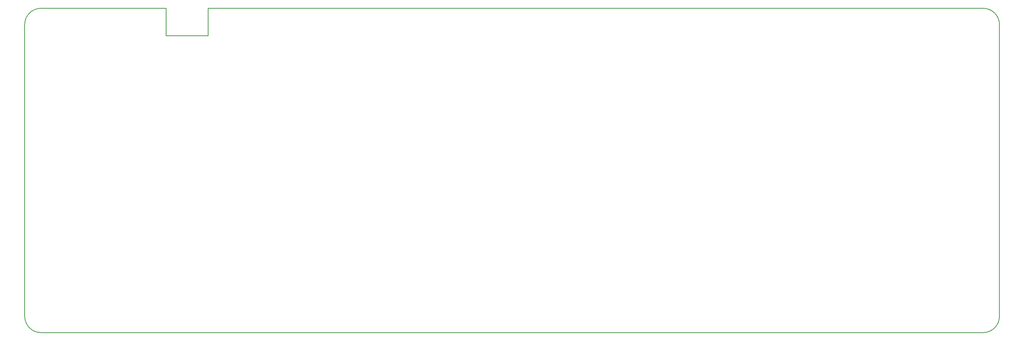
<source format=gbr>
G04 #@! TF.GenerationSoftware,KiCad,Pcbnew,(5.1.2-1)-1*
G04 #@! TF.CreationDate,2020-05-17T12:09:32-05:00*
G04 #@! TF.ProjectId,therick48_bottom_plate,74686572-6963-46b3-9438-5f626f74746f,rev?*
G04 #@! TF.SameCoordinates,Original*
G04 #@! TF.FileFunction,Profile,NP*
%FSLAX46Y46*%
G04 Gerber Fmt 4.6, Leading zero omitted, Abs format (unit mm)*
G04 Created by KiCad (PCBNEW (5.1.2-1)-1) date 2020-05-17 12:09:32*
%MOMM*%
%LPD*%
G04 APERTURE LIST*
%ADD10C,0.150000*%
G04 APERTURE END LIST*
D10*
X274360000Y-38760000D02*
X274360000Y-107160000D01*
X89299765Y-41419891D02*
X89300000Y-34960000D01*
X79419765Y-41419891D02*
X89299765Y-41419891D01*
X79420000Y-34960000D02*
X79419791Y-41419891D01*
X50160000Y-110960000D02*
X270560000Y-110960000D01*
X46360000Y-38760000D02*
X46360000Y-107160000D01*
X50160000Y-34960000D02*
X79420000Y-34960000D01*
X270560000Y-34960000D02*
X89300000Y-34960000D01*
X270560000Y-34960000D02*
G75*
G02X274360000Y-38760000I0J-3800000D01*
G01*
X274360000Y-107160000D02*
G75*
G02X270560000Y-110960000I-3800000J0D01*
G01*
X50160000Y-110960000D02*
G75*
G02X46360000Y-107160000I0J3800000D01*
G01*
X46360000Y-38760000D02*
G75*
G02X50160000Y-34960000I3800000J0D01*
G01*
M02*

</source>
